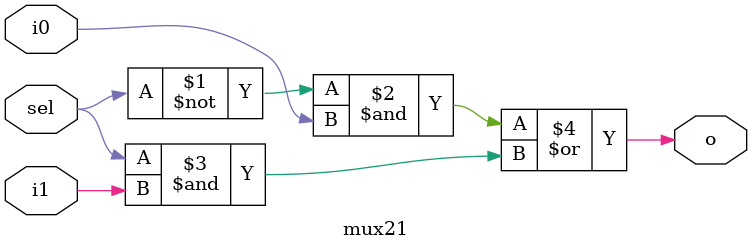
<source format=v>
module mux21(i0,i1,sel,o);
input i1,i0,sel;
output o;
assign o=((~sel)&i0)|(sel&i1);
endmodule

</source>
